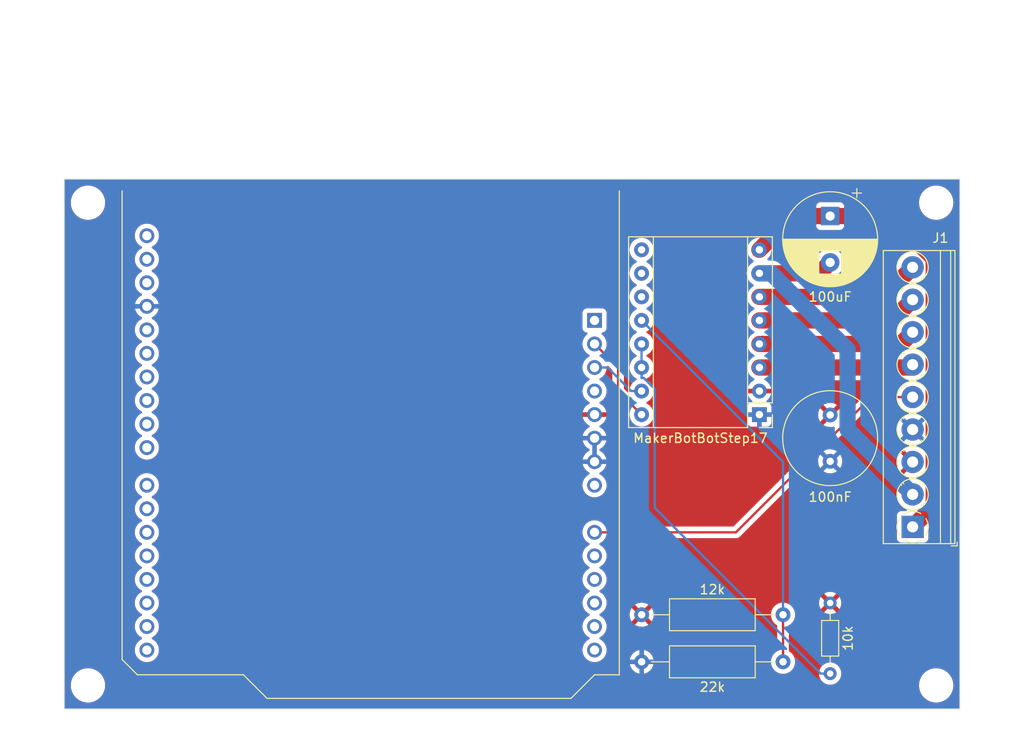
<source format=kicad_pcb>
(kicad_pcb (version 20221018) (generator pcbnew)
  (layers (0 "F.Cu" signal) (31 "B.Cu" signal) (34 "B.Paste" user) (35 "F.Paste" user) (36 "B.SilkS" user "B.Silkscreen") (37 "F.SilkS" user "F.Silkscreen") (38 "B.Mask" user) (39 "F.Mask" user) (44 "Edge.Cuts" user))
  (net 0 "")
  (net 2 "Net-(A1-IOREF)")
  (net 3 "Net-(A1-~{RESET})")
  (net 5 "+5V")
  (net 6 "GND")
  (net 7 "Net-(J1-Pin_1)")
  (net 9 "Net-(A1-A0)")
  (net 29 "Net-(J1-Pin_2)")
  (net 33 "Net-(J1-Pin_6)")
  (net 34 "Net-(J1-Pin_7)")
  (net 35 "Net-(J1-Pin_8)")
  (net 36 "Net-(J1-Pin_9)")
  (net 37 "Net-(MakerBotBotStep17-VR)")
  (net 41 "Net-(MakerBotBotStep17-~{RESET})")
  (footprint "MountingHole:MountingHole_3.2mm_M3" (layer "F.Cu") (at 91.44 100.33)
    (fp_text reference "REF03" hide)
    (fp_text value "MountingHole_3.2mm_M3")
    (pad "" np_thru_hole circle (at 0 0) (size 3.2 3.2) (drill 3.2) (layers "*.Cu" "*.Mask"))
  )
  (footprint "TerminalBlock_Phoenix:TerminalBlock_Phoenix_PT-1,5-9-3.5-H_1x09_P3.50mm_Horizontal" (layer "F.Cu") (at 180.34 83.23 90)
    (fp_text reference "J1" (at 31.16 3 180) (layer "F.SilkS"))
    (fp_text value "Screw_Terminal_01x09")
    (fp_line (start -2.05 4.16) (end -2.05 4.8) (stroke (width 0.12)) (layer "F.SilkS"))
    (fp_line (start -2.05 4.8) (end -1.65 4.8) (stroke (width 0.12)) (layer "F.SilkS"))
    (fp_line (start -1.81 -3.16) (end -1.81 4.56) (stroke (width 0.12)) (layer "F.SilkS"))
    (fp_line (start -1.81 -3.16) (end 29.81 -3.16) (stroke (width 0.12)) (layer "F.SilkS"))
    (fp_line (start -1.81 3) (end 29.81 3) (stroke (width 0.12)) (layer "F.SilkS"))
    (fp_line (start -1.81 4.1) (end 29.81 4.1) (stroke (width 0.12)) (layer "F.SilkS"))
    (fp_line (start -1.81 4.56) (end 29.81 4.56) (stroke (width 0.12)) (layer "F.SilkS"))
    (fp_line (start 2.355 0.941) (end 2.226 1.069) (stroke (width 0.12)) (layer "F.SilkS"))
    (fp_line (start 2.525 1.181) (end 2.431 1.274) (stroke (width 0.12)) (layer "F.SilkS"))
    (fp_line (start 4.57 -1.275) (end 4.476 -1.181) (stroke (width 0.12)) (layer "F.SilkS"))
    (fp_line (start 4.775 -1.069) (end 4.646 -0.941) (stroke (width 0.12)) (layer "F.SilkS"))
    (fp_line (start 5.855 0.941) (end 5.726 1.069) (stroke (width 0.12)) (layer "F.SilkS"))
    (fp_line (start 6.025 1.181) (end 5.931 1.274) (stroke (width 0.12)) (layer "F.SilkS"))
    (fp_line (start 8.07 -1.275) (end 7.976 -1.181) (stroke (width 0.12)) (layer "F.SilkS"))
    (fp_line (start 8.275 -1.069) (end 8.146 -0.941) (stroke (width 0.12)) (layer "F.SilkS"))
    (fp_line (start 9.355 0.941) (end 9.226 1.069) (stroke (width 0.12)) (layer "F.SilkS"))
    (fp_line (start 9.525 1.181) (end 9.431 1.274) (stroke (width 0.12)) (layer "F.SilkS"))
    (fp_line (start 11.57 -1.275) (end 11.476 -1.181) (stroke (width 0.12)) (layer "F.SilkS"))
    (fp_line (start 11.775 -1.069) (end 11.646 -0.941) (stroke (width 0.12)) (layer "F.SilkS"))
    (fp_line (start 12.855 0.941) (end 12.726 1.069) (stroke (width 0.12)) (layer "F.SilkS"))
    (fp_line (start 13.025 1.181) (end 12.931 1.274) (stroke (width 0.12)) (layer "F.SilkS"))
    (fp_line (start 15.07 -1.275) (end 14.976 -1.181) (stroke (width 0.12)) (layer "F.SilkS"))
    (fp_line (start 15.275 -1.069) (end 15.146 -0.941) (stroke (width 0.12)) (layer "F.SilkS"))
    (fp_line (start 16.355 0.941) (end 16.226 1.069) (stroke (width 0.12)) (layer "F.SilkS"))
    (fp_line (start 16.525 1.181) (end 16.431 1.274) (stroke (width 0.12)) (layer "F.SilkS"))
    (fp_line (start 18.57 -1.275) (end 18.476 -1.181) (stroke (width 0.12)) (layer "F.SilkS"))
    (fp_line (start 18.775 -1.069) (end 18.646 -0.941) (stroke (width 0.12)) (layer "F.SilkS"))
    (fp_line (start 19.855 0.941) (end 19.726 1.069) (stroke (width 0.12)) (layer "F.SilkS"))
    (fp_line (start 20.025 1.181) (end 19.931 1.274) (stroke (width 0.12)) (layer "F.SilkS"))
    (fp_line (start 22.07 -1.275) (end 21.976 -1.181) (stroke (width 0.12)) (layer "F.SilkS"))
    (fp_line (start 22.275 -1.069) (end 22.146 -0.941) (stroke (width 0.12)) (layer "F.SilkS"))
    (fp_line (start 23.355 0.941) (end 23.226 1.069) (stroke (width 0.12)) (layer "F.SilkS"))
    (fp_line (start 23.525 1.181) (end 23.431 1.274) (stroke (width 0.12)) (layer "F.SilkS"))
    (fp_line (start 25.57 -1.275) (end 25.476 -1.181) (stroke (width 0.12)) (layer "F.SilkS"))
    (fp_line (start 25.775 -1.069) (end 25.646 -0.941) (stroke (width 0.12)) (layer "F.SilkS"))
    (fp_line (start 26.855 0.941) (end 26.726 1.069) (stroke (width 0.12)) (layer "F.SilkS"))
    (fp_line (start 27.025 1.181) (end 26.931 1.274) (stroke (width 0.12)) (layer "F.SilkS"))
    (fp_line (start 29.07 -1.275) (end 28.976 -1.181) (stroke (width 0.12)) (layer "F.SilkS"))
    (fp_line (start 29.275 -1.069) (end 29.146 -0.941) (stroke (width 0.12)) (layer "F.SilkS"))
    (fp_line (start 29.81 -3.16) (end 29.81 4.56) (stroke (width 0.12)) (layer "F.SilkS"))
    (fp_arc (start -1.425358 0.889894) (mid -1.680286 0.014012) (end -1.44 -0.866) (stroke (width 0.12)) (layer "F.SilkS"))
    (fp_arc (start -0.889894 -1.425358) (mid -0.014012 -1.680286) (end 0.866 -1.44) (stroke (width 0.12)) (layer "F.SilkS"))
    (fp_arc (start 0.028674 1.680099) (mid -0.435535 1.622918) (end -0.866 1.44) (stroke (width 0.12)) (layer "F.SilkS"))
    (fp_arc (start 0.890264 1.424721) (mid 0.463071 1.61492) (end 0 1.68) (stroke (width 0.12)) (layer "F.SilkS"))
    (fp_arc (start 1.425504 -0.890193) (mid 1.680626 0.000476) (end 1.425 0.891) (stroke (width 0.12)) (layer "F.SilkS"))
    (fp_circle (center 3.5 0) (end 5.18 0) (stroke (width 0.12)) (fill none) (layer "F.SilkS"))
    (fp_circle (center 7 0) (end 8.68 0) (stroke (width 0.12)) (fill none) (layer "F.SilkS"))
    (fp_circle (center 10.5 0) (end 12.18 0) (stroke (width 0.12)) (fill none) (layer "F.SilkS"))
    (fp_circle (center 14 0) (end 15.68 0) (stroke (width 0.12)) (fill none) (layer "F.SilkS"))
    (fp_circle (center 17.5 0) (end 19.18 0) (stroke (width 0.12)) (fill none) (layer "F.SilkS"))
    (fp_circle (center 21 0) (end 22.68 0) (stroke (width 0.12)) (fill none) (layer "F.SilkS"))
    (fp_circle (center 24.5 0) (end 26.18 0) (stroke (width 0.12)) (fill none) (layer "F.SilkS"))
    (fp_circle (center 28 0) (end 29.68 0) (stroke (width 0.12)) (fill none) (layer "F.SilkS"))
    (pad "1" thru_hole rect (at 0 0 90) (size 2.4 2.4) (drill 1.2) (layers "*.Cu" "*.Mask") (net 7 "Net-(J1-Pin_1)"))
    (pad "2" thru_hole circle (at 3.5 0 90) (size 2.4 2.4) (drill 1.2) (layers "*.Cu" "*.Mask") (net 29 "Net-(J1-Pin_2)"))
    (pad "3" thru_hole circle (at 7 0 90) (size 2.4 2.4) (drill 1.2) (layers "*.Cu" "*.Mask") (net 5 "+5V"))
    (pad "4" thru_hole circle (at 10.5 0 90) (size 2.4 2.4) (drill 1.2) (layers "*.Cu" "*.Mask") (net 6 "GND"))
    (pad "5" thru_hole circle (at 14 0 90) (size 2.4 2.4) (drill 1.2) (layers "*.Cu" "*.Mask") (net 9 "Net-(A1-A0)"))
    (pad "6" thru_hole circle (at 17.5 0 90) (size 2.4 2.4) (drill 1.2) (layers "*.Cu" "*.Mask") (net 33 "Net-(J1-Pin_6)"))
    (pad "7" thru_hole circle (at 21 0 90) (size 2.4 2.4) (drill 1.2) (layers "*.Cu" "*.Mask") (net 34 "Net-(J1-Pin_7)"))
    (pad "8" thru_hole circle (at 24.5 0 90) (size 2.4 2.4) (drill 1.2) (layers "*.Cu" "*.Mask") (net 35 "Net-(J1-Pin_8)"))
    (pad "9" thru_hole circle (at 28 0 90) (size 2.4 2.4) (drill 1.2) (layers "*.Cu" "*.Mask") (net 36 "Net-(J1-Pin_9)"))
  )
  (footprint "Resistor_THT:R_Axial_DIN0309_L9.0mm_D3.2mm_P15.24mm_Horizontal" (layer "F.Cu") (at 151.13 92.71)
    (fp_text reference "12k" (at 7.62 -2.72) (layer "F.SilkS"))
    (fp_text value "12k")
    (fp_line (start 1.04 0) (end 3 0) (stroke (width 0.12)) (layer "F.SilkS"))
    (fp_line (start 3 -1.72) (end 3 1.72) (stroke (width 0.12)) (layer "F.SilkS"))
    (fp_line (start 3 1.72) (end 12.24 1.72) (stroke (width 0.12)) (layer "F.SilkS"))
    (fp_line (start 12.24 -1.72) (end 3 -1.72) (stroke (width 0.12)) (layer "F.SilkS"))
    (fp_line (start 12.24 1.72) (end 12.24 -1.72) (stroke (width 0.12)) (layer "F.SilkS"))
    (fp_line (start 14.2 0) (end 12.24 0) (stroke (width 0.12)) (layer "F.SilkS"))
    (pad "1" thru_hole circle (at 0 0) (size 1.6 1.6) (drill 0.8) (layers "*.Cu" "*.Mask") (net 5 "+5V"))
    (pad "2" thru_hole oval (at 15.24 0) (size 1.6 1.6) (drill 0.8) (layers "*.Cu" "*.Mask") (net 37 "Net-(MakerBotBotStep17-VR)"))
  )
  (footprint "Resistor_THT:R_Axial_DIN0204_L3.6mm_D1.6mm_P7.62mm_Horizontal" (layer "F.Cu") (at 171.45 91.44 -90)
    (fp_text reference "10k" (at 3.81 -1.92 90) (layer "F.SilkS"))
    (fp_text value "10k")
    (fp_line (start 0.94 0) (end 1.89 0) (stroke (width 0.12)) (layer "F.SilkS"))
    (fp_line (start 1.89 -0.92) (end 1.89 0.92) (stroke (width 0.12)) (layer "F.SilkS"))
    (fp_line (start 1.89 0.92) (end 5.73 0.92) (stroke (width 0.12)) (layer "F.SilkS"))
    (fp_line (start 5.73 -0.92) (end 1.89 -0.92) (stroke (width 0.12)) (layer "F.SilkS"))
    (fp_line (start 5.73 0.92) (end 5.73 -0.92) (stroke (width 0.12)) (layer "F.SilkS"))
    (fp_line (start 6.68 0) (end 5.73 0) (stroke (width 0.12)) (layer "F.SilkS"))
    (pad "1" thru_hole circle (at 0 0 270) (size 1.4 1.4) (drill 0.7) (layers "*.Cu" "*.Mask") (net 5 "+5V"))
    (pad "2" thru_hole oval (at 7.62 0 270) (size 1.4 1.4) (drill 0.7) (layers "*.Cu" "*.Mask") (net 41 "Net-(MakerBotBotStep17-~{RESET})"))
  )
  (footprint "MountingHole:MountingHole_3.2mm_M3" (layer "F.Cu") (at 182.88 48.26)
    (fp_text reference "REF02" hide)
    (fp_text value "MountingHole_3.2mm_M3")
    (pad "" np_thru_hole circle (at 0 0) (size 3.2 3.2) (drill 3.2) (layers "*.Cu" "*.Mask"))
  )
  (footprint "Module:Pololu_Breakout-16_15.2x20.3mm" (layer "F.Cu") (at 163.82 71.12 180)
    (fp_text reference "MakerBotBotStep17" (at 6.35 -2.54) (layer "F.SilkS"))
    (fp_text value "A4982")
    (fp_line (start -1.4 -1.4) (end -1.4 0) (stroke (width 0.12)) (layer "F.SilkS"))
    (fp_line (start -1.4 1.27) (end -1.4 19.18) (stroke (width 0.12)) (layer "F.SilkS"))
    (fp_line (start -1.4 19.18) (end 14.1 19.18) (stroke (width 0.12)) (layer "F.SilkS"))
    (fp_line (start 0 -1.4) (end -1.4 -1.4) (stroke (width 0.12)) (layer "F.SilkS"))
    (fp_line (start 1.27 -1.4) (end 1.27 1.27) (stroke (width 0.12)) (layer "F.SilkS"))
    (fp_line (start 1.27 1.27) (end -1.4 1.27) (stroke (width 0.12)) (layer "F.SilkS"))
    (fp_line (start 1.27 1.27) (end 1.27 19.18) (stroke (width 0.12)) (layer "F.SilkS"))
    (fp_line (start 11.43 -1.4) (end 11.43 19.18) (stroke (width 0.12)) (layer "F.SilkS"))
    (fp_line (start 14.1 -1.4) (end 1.27 -1.4) (stroke (width 0.12)) (layer "F.SilkS"))
    (fp_line (start 14.1 19.18) (end 14.1 -1.4) (stroke (width 0.12)) (layer "F.SilkS"))
    (pad "1" thru_hole rect (at 0 0 180) (size 1.6 1.6) (drill 0.8) (layers "*.Cu" "*.Mask") (net 6 "GND"))
    (pad "2" thru_hole oval (at 0 2.54 180) (size 1.6 1.6) (drill 0.8) (layers "*.Cu" "*.Mask") (net 5 "+5V"))
    (pad "3" thru_hole oval (at 0 5.08 180) (size 1.6 1.6) (drill 0.8) (layers "*.Cu" "*.Mask") (net 33 "Net-(J1-Pin_6)"))
    (pad "4" thru_hole oval (at 0 7.62 180) (size 1.6 1.6) (drill 0.8) (layers "*.Cu" "*.Mask") (net 34 "Net-(J1-Pin_7)"))
    (pad "5" thru_hole oval (at 0 10.16 180) (size 1.6 1.6) (drill 0.8) (layers "*.Cu" "*.Mask") (net 35 "Net-(J1-Pin_8)"))
    (pad "6" thru_hole oval (at 0 12.7 180) (size 1.6 1.6) (drill 0.8) (layers "*.Cu" "*.Mask") (net 36 "Net-(J1-Pin_9)"))
    (pad "7" thru_hole oval (at 0 15.24 180) (size 1.6 1.6) (drill 0.8) (layers "*.Cu" "*.Mask") (net 29 "Net-(J1-Pin_2)"))
    (pad "8" thru_hole oval (at 0 17.78 180) (size 1.6 1.6) (drill 0.8) (layers "*.Cu" "*.Mask") (net 7 "Net-(J1-Pin_1)"))
    (pad "9" thru_hole oval (at 12.7 17.78 180) (size 1.6 1.6) (drill 0.8) (layers "*.Cu" "*.Mask"))
    (pad "10" thru_hole oval (at 12.7 15.24 180) (size 1.6 1.6) (drill 0.8) (layers "*.Cu" "*.Mask"))
    (pad "11" thru_hole oval (at 12.7 12.7 180) (size 1.6 1.6) (drill 0.8) (layers "*.Cu" "*.Mask"))
    (pad "12" thru_hole oval (at 12.7 10.16 180) (size 1.6 1.6) (drill 0.8) (layers "*.Cu" "*.Mask") (net 37 "Net-(MakerBotBotStep17-VR)"))
    (pad "13" thru_hole oval (at 12.7 7.62 180) (size 1.6 1.6) (drill 0.8) (layers "*.Cu" "*.Mask") (net 41 "Net-(MakerBotBotStep17-~{RESET})"))
    (pad "14" thru_hole oval (at 12.7 5.08 180) (size 1.6 1.6) (drill 0.8) (layers "*.Cu" "*.Mask") (net 41 "Net-(MakerBotBotStep17-~{RESET})"))
    (pad "15" thru_hole oval (at 12.7 2.54 180) (size 1.6 1.6) (drill 0.8) (layers "*.Cu" "*.Mask") (net 3 "Net-(A1-~{RESET})"))
    (pad "16" thru_hole oval (at 12.7 0 180) (size 1.6 1.6) (drill 0.8) (layers "*.Cu" "*.Mask") (net 2 "Net-(A1-IOREF)"))
  )
  (footprint "MountingHole:MountingHole_3.2mm_M3" (layer "F.Cu") (at 91.44 48.26)
    (fp_text reference "REF01" hide)
    (fp_text value "MountingHole_3.2mm_M3")
    (pad "" np_thru_hole circle (at 0 0) (size 3.2 3.2) (drill 3.2) (layers "*.Cu" "*.Mask"))
  )
  (footprint "Resistor_THT:R_Axial_DIN0309_L9.0mm_D3.2mm_P15.24mm_Horizontal" (layer "F.Cu") (at 166.37 97.79 180)
    (fp_text reference "22k" (at 7.62 -2.72) (layer "F.SilkS"))
    (fp_text value "22k")
    (fp_line (start 1.04 0) (end 3 0) (stroke (width 0.12)) (layer "F.SilkS"))
    (fp_line (start 3 -1.72) (end 3 1.72) (stroke (width 0.12)) (layer "F.SilkS"))
    (fp_line (start 3 1.72) (end 12.24 1.72) (stroke (width 0.12)) (layer "F.SilkS"))
    (fp_line (start 12.24 -1.72) (end 3 -1.72) (stroke (width 0.12)) (layer "F.SilkS"))
    (fp_line (start 12.24 1.72) (end 12.24 -1.72) (stroke (width 0.12)) (layer "F.SilkS"))
    (fp_line (start 14.2 0) (end 12.24 0) (stroke (width 0.12)) (layer "F.SilkS"))
    (pad "1" thru_hole circle (at 0 0 180) (size 1.6 1.6) (drill 0.8) (layers "*.Cu" "*.Mask") (net 37 "Net-(MakerBotBotStep17-VR)"))
    (pad "2" thru_hole oval (at 15.24 0 180) (size 1.6 1.6) (drill 0.8) (layers "*.Cu" "*.Mask") (net 6 "GND"))
  )
  (footprint "Capacitor_THT:CP_Radial_D10.0mm_P5.00mm" (layer "F.Cu") (at 171.45 49.7023 -90)
    (fp_text reference "100uF" (at 8.717677 0) (layer "F.SilkS"))
    (fp_text value "physically close to board")
    (fp_line (start -2.979646 -2.875) (end -1.979646 -2.875) (stroke (width 0.12)) (layer "F.SilkS"))
    (fp_line (start -2.479646 -3.375) (end -2.479646 -2.375) (stroke (width 0.12)) (layer "F.SilkS"))
    (fp_line (start 2.5 -5.08) (end 2.5 5.08) (stroke (width 0.12)) (layer "F.SilkS"))
    (fp_line (start 2.54 -5.08) (end 2.54 5.08) (stroke (width 0.12)) (layer "F.SilkS"))
    (fp_line (start 2.58 -5.08) (end 2.58 5.08) (stroke (width 0.12)) (layer "F.SilkS"))
    (fp_line (start 2.62 -5.079) (end 2.62 5.079) (stroke (width 0.12)) (layer "F.SilkS"))
    (fp_line (start 2.66 -5.078) (end 2.66 5.078) (stroke (width 0.12)) (layer "F.SilkS"))
    (fp_line (start 2.7 -5.077) (end 2.7 5.077) (stroke (width 0.12)) (layer "F.SilkS"))
    (fp_line (start 2.74 -5.075) (end 2.74 5.075) (stroke (width 0.12)) (layer "F.SilkS"))
    (fp_line (start 2.78 -5.073) (end 2.78 5.073) (stroke (width 0.12)) (layer "F.SilkS"))
    (fp_line (start 2.82 -5.07) (end 2.82 5.07) (stroke (width 0.12)) (layer "F.SilkS"))
    (fp_line (start 2.86 -5.068) (end 2.86 5.068) (stroke (width 0.12)) (layer "F.SilkS"))
    (fp_line (start 2.9 -5.065) (end 2.9 5.065) (stroke (width 0.12)) (layer "F.SilkS"))
    (fp_line (start 2.94 -5.062) (end 2.94 5.062) (stroke (width 0.12)) (layer "F.SilkS"))
    (fp_line (start 2.98 -5.058) (end 2.98 5.058) (stroke (width 0.12)) (layer "F.SilkS"))
    (fp_line (start 3.02 -5.054) (end 3.02 5.054) (stroke (width 0.12)) (layer "F.SilkS"))
    (fp_line (start 3.06 -5.05) (end 3.06 5.05) (stroke (width 0.12)) (layer "F.SilkS"))
    (fp_line (start 3.1 -5.045) (end 3.1 5.045) (stroke (width 0.12)) (layer "F.SilkS"))
    (fp_line (start 3.14 -5.04) (end 3.14 5.04) (stroke (width 0.12)) (layer "F.SilkS"))
    (fp_line (start 3.18 -5.035) (end 3.18 5.035) (stroke (width 0.12)) (layer "F.SilkS"))
    (fp_line (start 3.221 -5.03) (end 3.221 5.03) (stroke (width 0.12)) (layer "F.SilkS"))
    (fp_line (start 3.261 -5.024) (end 3.261 5.024) (stroke (width 0.12)) (layer "F.SilkS"))
    (fp_line (start 3.301 -5.018) (end 3.301 5.018) (stroke (width 0.12)) (layer "F.SilkS"))
    (fp_line (start 3.341 -5.011) (end 3.341 5.011) (stroke (width 0.12)) (layer "F.SilkS"))
    (fp_line (start 3.381 -5.004) (end 3.381 5.004) (stroke (width 0.12)) (layer "F.SilkS"))
    (fp_line (start 3.421 -4.997) (end 3.421 4.997) (stroke (width 0.12)) (layer "F.SilkS"))
    (fp_line (start 3.461 -4.99) (end 3.461 4.99) (stroke (width 0.12)) (layer "F.SilkS"))
    (fp_line (start 3.501 -4.982) (end 3.501 4.982) (stroke (width 0.12)) (layer "F.SilkS"))
    (fp_line (start 3.541 -4.974) (end 3.541 4.974) (stroke (width 0.12)) (layer "F.SilkS"))
    (fp_line (start 3.581 -4.965) (end 3.581 4.965) (stroke (width 0.12)) (layer "F.SilkS"))
    (fp_line (start 3.621 -4.956) (end 3.621 4.956) (stroke (width 0.12)) (layer "F.SilkS"))
    (fp_line (start 3.661 -4.947) (end 3.661 4.947) (stroke (width 0.12)) (layer "F.SilkS"))
    (fp_line (start 3.701 -4.938) (end 3.701 4.938) (stroke (width 0.12)) (layer "F.SilkS"))
    (fp_line (start 3.741 -4.928) (end 3.741 4.928) (stroke (width 0.12)) (layer "F.SilkS"))
    (fp_line (start 3.781 -4.918) (end 3.781 -1.241) (stroke (width 0.12)) (layer "F.SilkS"))
    (fp_line (start 3.781 1.241) (end 3.781 4.918) (stroke (width 0.12)) (layer "F.SilkS"))
    (fp_line (start 3.821 -4.907) (end 3.821 -1.241) (stroke (width 0.12)) (layer "F.SilkS"))
    (fp_line (start 3.821 1.241) (end 3.821 4.907) (stroke (width 0.12)) (layer "F.SilkS"))
    (fp_line (start 3.861 -4.897) (end 3.861 -1.241) (stroke (width 0.12)) (layer "F.SilkS"))
    (fp_line (start 3.861 1.241) (end 3.861 4.897) (stroke (width 0.12)) (layer "F.SilkS"))
    (fp_line (start 3.901 -4.885) (end 3.901 -1.241) (stroke (width 0.12)) (layer "F.SilkS"))
    (fp_line (start 3.901 1.241) (end 3.901 4.885) (stroke (width 0.12)) (layer "F.SilkS"))
    (fp_line (start 3.941 -4.874) (end 3.941 -1.241) (stroke (width 0.12)) (layer "F.SilkS"))
    (fp_line (start 3.941 1.241) (end 3.941 4.874) (stroke (width 0.12)) (layer "F.SilkS"))
    (fp_line (start 3.981 -4.862) (end 3.981 -1.241) (stroke (width 0.12)) (layer "F.SilkS"))
    (fp_line (start 3.981 1.241) (end 3.981 4.862) (stroke (width 0.12)) (layer "F.SilkS"))
    (fp_line (start 4.021 -4.85) (end 4.021 -1.241) (stroke (width 0.12)) (layer "F.SilkS"))
    (fp_line (start 4.021 1.241) (end 4.021 4.85) (stroke (width 0.12)) (layer "F.SilkS"))
    (fp_line (start 4.061 -4.837) (end 4.061 -1.241) (stroke (width 0.12)) (layer "F.SilkS"))
    (fp_line (start 4.061 1.241) (end 4.061 4.837) (stroke (width 0.12)) (layer "F.SilkS"))
    (fp_line (start 4.101 -4.824) (end 4.101 -1.241) (stroke (width 0.12)) (layer "F.SilkS"))
    (fp_line (start 4.101 1.241) (end 4.101 4.824) (stroke (width 0.12)) (layer "F.SilkS"))
    (fp_line (start 4.141 -4.811) (end 4.141 -1.241) (stroke (width 0.12)) (layer "F.SilkS"))
    (fp_line (start 4.141 1.241) (end 4.141 4.811) (stroke (width 0.12)) (layer "F.SilkS"))
    (fp_line (start 4.181 -4.797) (end 4.181 -1.241) (stroke (width 0.12)) (layer "F.SilkS"))
    (fp_line (start 4.181 1.241) (end 4.181 4.797) (stroke (width 0.12)) (layer "F.SilkS"))
    (fp_line (start 4.221 -4.783) (end 4.221 -1.241) (stroke (width 0.12)) (layer "F.SilkS"))
    (fp_line (start 4.221 1.241) (end 4.221 4.783) (stroke (width 0.12)) (layer "F.SilkS"))
    (fp_line (start 4.261 -4.768) (end 4.261 -1.241) (stroke (width 0.12)) (layer "F.SilkS"))
    (fp_line (start 4.261 1.241) (end 4.261 4.768) (stroke (width 0.12)) (layer "F.SilkS"))
    (fp_line (start 4.301 -4.754) (end 4.301 -1.241) (stroke (width 0.12)) (layer "F.SilkS"))
    (fp_line (start 4.301 1.241) (end 4.301 4.754) (stroke (width 0.12)) (layer "F.SilkS"))
    (fp_line (start 4.341 -4.738) (end 4.341 -1.241) (stroke (width 0.12)) (layer "F.SilkS"))
    (fp_line (start 4.341 1.241) (end 4.341 4.738) (stroke (width 0.12)) (layer "F.SilkS"))
    (fp_line (start 4.381 -4.723) (end 4.381 -1.241) (stroke (width 0.12)) (layer "F.SilkS"))
    (fp_line (start 4.381 1.241) (end 4.381 4.723) (stroke (width 0.12)) (layer "F.SilkS"))
    (fp_line (start 4.421 -4.707) (end 4.421 -1.241) (stroke (width 0.12)) (layer "F.SilkS"))
    (fp_line (start 4.421 1.241) (end 4.421 4.707) (stroke (width 0.12)) (layer "F.SilkS"))
    (fp_line (start 4.461 -4.69) (end 4.461 -1.241) (stroke (width 0.12)) (layer "F.SilkS"))
    (fp_line (start 4.461 1.241) (end 4.461 4.69) (stroke (width 0.12)) (layer "F.SilkS"))
    (fp_line (start 4.501 -4.674) (end 4.501 -1.241) (stroke (width 0.12)) (layer "F.SilkS"))
    (fp_line (start 4.501 1.241) (end 4.501 4.674) (stroke (width 0.12)) (layer "F.SilkS"))
    (fp_line (start 4.541 -4.657) (end 4.541 -1.241) (stroke (width 0.12)) (layer "F.SilkS"))
    (fp_line (start 4.541 1.241) (end 4.541 4.657) (stroke (width 0.12)) (layer "F.SilkS"))
    (fp_line (start 4.581 -4.639) (end 4.581 -1.241) (stroke (width 0.12)) (layer "F.SilkS"))
    (fp_line (start 4.581 1.241) (end 4.581 4.639) (stroke (width 0.12)) (layer "F.SilkS"))
    (fp_line (start 4.621 -4.621) (end 4.621 -1.241) (stroke (width 0.12)) (layer "F.SilkS"))
    (fp_line (start 4.621 1.241) (end 4.621 4.621) (stroke (width 0.12)) (layer "F.SilkS"))
    (fp_line (start 4.661 -4.603) (end 4.661 -1.241) (stroke (width 0.12)) (layer "F.SilkS"))
    (fp_line (start 4.661 1.241) (end 4.661 4.603) (stroke (width 0.12)) (layer "F.SilkS"))
    (fp_line (start 4.701 -4.584) (end 4.701 -1.241) (stroke (width 0.12)) (layer "F.SilkS"))
    (fp_line (start 4.701 1.241) (end 4.701 4.584) (stroke (width 0.12)) (layer "F.SilkS"))
    (fp_line (start 4.741 -4.564) (end 4.741 -1.241) (stroke (width 0.12)) (layer "F.SilkS"))
    (fp_line (start 4.741 1.241) (end 4.741 4.564) (stroke (width 0.12)) (layer "F.SilkS"))
    (fp_line (start 4.781 -4.545) (end 4.781 -1.241) (stroke (width 0.12)) (layer "F.SilkS"))
    (fp_line (start 4.781 1.241) (end 4.781 4.545) (stroke (width 0.12)) (layer "F.SilkS"))
    (fp_line (start 4.821 -4.525) (end 4.821 -1.241) (stroke (width 0.12)) (layer "F.SilkS"))
    (fp_line (start 4.821 1.241) (end 4.821 4.525) (stroke (width 0.12)) (layer "F.SilkS"))
    (fp_line (start 4.861 -4.504) (end 4.861 -1.241) (stroke (width 0.12)) (layer "F.SilkS"))
    (fp_line (start 4.861 1.241) (end 4.861 4.504) (stroke (width 0.12)) (layer "F.SilkS"))
    (fp_line (start 4.901 -4.483) (end 4.901 -1.241) (stroke (width 0.12)) (layer "F.SilkS"))
    (fp_line (start 4.901 1.241) (end 4.901 4.483) (stroke (width 0.12)) (layer "F.SilkS"))
    (fp_line (start 4.941 -4.462) (end 4.941 -1.241) (stroke (width 0.12)) (layer "F.SilkS"))
    (fp_line (start 4.941 1.241) (end 4.941 4.462) (stroke (width 0.12)) (layer "F.SilkS"))
    (fp_line (start 4.981 -4.44) (end 4.981 -1.241) (stroke (width 0.12)) (layer "F.SilkS"))
    (fp_line (start 4.981 1.241) (end 4.981 4.44) (stroke (width 0.12)) (layer "F.SilkS"))
    (fp_line (start 5.021 -4.417) (end 5.021 -1.241) (stroke (width 0.12)) (layer "F.SilkS"))
    (fp_line (start 5.021 1.241) (end 5.021 4.417) (stroke (width 0.12)) (layer "F.SilkS"))
    (fp_line (start 5.061 -4.395) (end 5.061 -1.241) (stroke (width 0.12)) (layer "F.SilkS"))
    (fp_line (start 5.061 1.241) (end 5.061 4.395) (stroke (width 0.12)) (layer "F.SilkS"))
    (fp_line (start 5.101 -4.371) (end 5.101 -1.241) (stroke (width 0.12)) (layer "F.SilkS"))
    (fp_line (start 5.101 1.241) (end 5.101 4.371) (stroke (width 0.12)) (layer "F.SilkS"))
    (fp_line (start 5.141 -4.347) (end 5.141 -1.241) (stroke (width 0.12)) (layer "F.SilkS"))
    (fp_line (start 5.141 1.241) (end 5.141 4.347) (stroke (width 0.12)) (layer "F.SilkS"))
    (fp_line (start 5.181 -4.323) (end 5.181 -1.241) (stroke (width 0.12)) (layer "F.SilkS"))
    (fp_line (start 5.181 1.241) (end 5.181 4.323) (stroke (width 0.12)) (layer "F.SilkS"))
    (fp_line (start 5.221 -4.298) (end 5.221 -1.241) (stroke (width 0.12)) (layer "F.SilkS"))
    (fp_line (start 5.221 1.241) (end 5.221 4.298) (stroke (width 0.12)) (layer "F.SilkS"))
    (fp_line (start 5.261 -4.273) (end 5.261 -1.241) (stroke (width 0.12)) (layer "F.SilkS"))
    (fp_line (start 5.261 1.241) (end 5.261 4.273) (stroke (width 0.12)) (layer "F.SilkS"))
    (fp_line (start 5.301 -4.247) (end 5.301 -1.241) (stroke (width 0.12)) (layer "F.SilkS"))
    (fp_line (start 5.301 1.241) (end 5.301 4.247) (stroke (width 0.12)) (layer "F.SilkS"))
    (fp_line (start 5.341 -4.221) (end 5.341 -1.241) (stroke (width 0.12)) (layer "F.SilkS"))
    (fp_line (start 5.341 1.241) (end 5.341 4.221) (stroke (width 0.12)) (layer "F.SilkS"))
    (fp_line (start 5.381 -4.194) (end 5.381 -1.241) (stroke (width 0.12)) (layer "F.SilkS"))
    (fp_line (start 5.381 1.241) (end 5.381 4.194) (stroke (width 0.12)) (layer "F.SilkS"))
    (fp_line (start 5.421 -4.166) (end 5.421 -1.241) (stroke (width 0.12)) (layer "F.SilkS"))
    (fp_line (start 5.421 1.241) (end 5.421 4.166) (stroke (width 0.12)) (layer "F.SilkS"))
    (fp_line (start 5.461 -4.138) (end 5.461 -1.241) (stroke (width 0.12)) (layer "F.SilkS"))
    (fp_line (start 5.461 1.241) (end 5.461 4.138) (stroke (width 0.12)) (layer "F.SilkS"))
    (fp_line (start 5.501 -4.11) (end 5.501 -1.241) (stroke (width 0.12)) (layer "F.SilkS"))
    (fp_line (start 5.501 1.241) (end 5.501 4.11) (stroke (width 0.12)) (layer "F.SilkS"))
    (fp_line (start 5.541 -4.08) (end 5.541 -1.241) (stroke (width 0.12)) (layer "F.SilkS"))
    (fp_line (start 5.541 1.241) (end 5.541 4.08) (stroke (width 0.12)) (layer "F.SilkS"))
    (fp_line (start 5.581 -4.05) (end 5.581 -1.241) (stroke (width 0.12)) (layer "F.SilkS"))
    (fp_line (start 5.581 1.241) (end 5.581 4.05) (stroke (width 0.12)) (layer "F.SilkS"))
    (fp_line (start 5.621 -4.02) (end 5.621 -1.241) (stroke (width 0.12)) (layer "F.SilkS"))
    (fp_line (start 5.621 1.241) (end 5.621 4.02) (stroke (width 0.12)) (layer "F.SilkS"))
    (fp_line (start 5.661 -3.989) (end 5.661 -1.241) (stroke (width 0.12)) (layer "F.SilkS"))
    (fp_line (start 5.661 1.241) (end 5.661 3.989) (stroke (width 0.12)) (layer "F.SilkS"))
    (fp_line (start 5.701 -3.957) (end 5.701 -1.241) (stroke (width 0.12)) (layer "F.SilkS"))
    (fp_line (start 5.701 1.241) (end 5.701 3.957) (stroke (width 0.12)) (layer "F.SilkS"))
    (fp_line (start 5.741 -3.925) (end 5.741 -1.241) (stroke (width 0.12)) (layer "F.SilkS"))
    (fp_line (start 5.741 1.241) (end 5.741 3.925) (stroke (width 0.12)) (layer "F.SilkS"))
    (fp_line (start 5.781 -3.892) (end 5.781 -1.241) (stroke (width 0.12)) (layer "F.SilkS"))
    (fp_line (start 5.781 1.241) (end 5.781 3.892) (stroke (width 0.12)) (layer "F.SilkS"))
    (fp_line (start 5.821 -3.858) (end 5.821 -1.241) (stroke (width 0.12)) (layer "F.SilkS"))
    (fp_line (start 5.821 1.241) (end 5.821 3.858) (stroke (width 0.12)) (layer "F.SilkS"))
    (fp_line (start 5.861 -3.824) (end 5.861 -1.241) (stroke (width 0.12)) (layer "F.SilkS"))
    (fp_line (start 5.861 1.241) (end 5.861 3.824) (stroke (width 0.12)) (layer "F.SilkS"))
    (fp_line (start 5.901 -3.789) (end 5.901 -1.241) (stroke (width 0.12)) (layer "F.SilkS"))
    (fp_line (start 5.901 1.241) (end 5.901 3.789) (stroke (width 0.12)) (layer "F.SilkS"))
    (fp_line (start 5.941 -3.753) (end 5.941 -1.241) (stroke (width 0.12)) (layer "F.SilkS"))
    (fp_line (start 5.941 1.241) (end 5.941 3.753) (stroke (width 0.12)) (layer "F.SilkS"))
    (fp_line (start 5.981 -3.716) (end 5.981 -1.241) (stroke (width 0.12)) (layer "F.SilkS"))
    (fp_line (start 5.981 1.241) (end 5.981 3.716) (stroke (width 0.12)) (layer "F.SilkS"))
    (fp_line (start 6.021 -3.679) (end 6.021 -1.241) (stroke (width 0.12)) (layer "F.SilkS"))
    (fp_line (start 6.021 1.241) (end 6.021 3.679) (stroke (width 0.12)) (layer "F.SilkS"))
    (fp_line (start 6.061 -3.64) (end 6.061 -1.241) (stroke (width 0.12)) (layer "F.SilkS"))
    (fp_line (start 6.061 1.241) (end 6.061 3.64) (stroke (width 0.12)) (layer "F.SilkS"))
    (fp_line (start 6.101 -3.601) (end 6.101 -1.241) (stroke (width 0.12)) (layer "F.SilkS"))
    (fp_line (start 6.101 1.241) (end 6.101 3.601) (stroke (width 0.12)) (layer "F.SilkS"))
    (fp_line (start 6.141 -3.561) (end 6.141 -1.241) (stroke (width 0.12)) (layer "F.SilkS"))
    (fp_line (start 6.141 1.241) (end 6.141 3.561) (stroke (width 0.12)) (layer "F.SilkS"))
    (fp_line (start 6.181 -3.52) (end 6.181 -1.241) (stroke (width 0.12)) (layer "F.SilkS"))
    (fp_line (start 6.181 1.241) (end 6.181 3.52) (stroke (width 0.12)) (layer "F.SilkS"))
    (fp_line (start 6.221 -3.478) (end 6.221 -1.241) (stroke (width 0.12)) (layer "F.SilkS"))
    (fp_line (start 6.221 1.241) (end 6.221 3.478) (stroke (width 0.12)) (layer "F.SilkS"))
    (fp_line (start 6.261 -3.436) (end 6.261 3.436) (stroke (width 0.12)) (layer "F.SilkS"))
    (fp_line (start 6.301 -3.392) (end 6.301 3.392) (stroke (width 0.12)) (layer "F.SilkS"))
    (fp_line (start 6.341 -3.347) (end 6.341 3.347) (stroke (width 0.12)) (layer "F.SilkS"))
    (fp_line (start 6.381 -3.301) (end 6.381 3.301) (stroke (width 0.12)) (layer "F.SilkS"))
    (fp_line (start 6.421 -3.254) (end 6.421 3.254) (stroke (width 0.12)) (layer "F.SilkS"))
    (fp_line (start 6.461 -3.206) (end 6.461 3.206) (stroke (width 0.12)) (layer "F.SilkS"))
    (fp_line (start 6.501 -3.156) (end 6.501 3.156) (stroke (width 0.12)) (layer "F.SilkS"))
    (fp_line (start 6.541 -3.106) (end 6.541 3.106) (stroke (width 0.12)) (layer "F.SilkS"))
    (fp_line (start 6.581 -3.054) (end 6.581 3.054) (stroke (width 0.12)) (layer "F.SilkS"))
    (fp_line (start 6.621 -3) (end 6.621 3) (stroke (width 0.12)) (layer "F.SilkS"))
    (fp_line (start 6.661 -2.945) (end 6.661 2.945) (stroke (width 0.12)) (layer "F.SilkS"))
    (fp_line (start 6.701 -2.889) (end 6.701 2.889) (stroke (width 0.12)) (layer "F.SilkS"))
    (fp_line (start 6.741 -2.83) (end 6.741 2.83) (stroke (width 0.12)) (layer "F.SilkS"))
    (fp_line (start 6.781 -2.77) (end 6.781 2.77) (stroke (width 0.12)) (layer "F.SilkS"))
    (fp_line (start 6.821 -2.709) (end 6.821 2.709) (stroke (width 0.12)) (layer "F.SilkS"))
    (fp_line (start 6.861 -2.645) (end 6.861 2.645) (stroke (width 0.12)) (layer "F.SilkS"))
    (fp_line (start 6.901 -2.579) (end 6.901 2.579) (stroke (width 0.12)) (layer "F.SilkS"))
    (fp_line (start 6.941 -2.51) (end 6.941 2.51) (stroke (width 0.12)) (layer "F.SilkS"))
    (fp_line (start 6.981 -2.439) (end 6.981 2.439) (stroke (width 0.12)) (layer "F.SilkS"))
    (fp_line (start 7.021 -2.365) (end 7.021 2.365) (stroke (width 0.12)) (layer "F.SilkS"))
    (fp_line (start 7.061 -2.289) (end 7.061 2.289) (stroke (width 0.12)) (layer "F.SilkS"))
    (fp_line (start 7.101 -2.209) (end 7.101 2.209) (stroke (width 0.12)) (layer "F.SilkS"))
    (fp_line (start 7.141 -2.125) (end 7.141 2.125) (stroke (width 0.12)) (layer "F.SilkS"))
    (fp_line (start 7.181 -2.037) (end 7.181 2.037) (stroke (width 0.12)) (layer "F.SilkS"))
    (fp_line (start 7.221 -1.944) (end 7.221 1.944) (stroke (width 0.12)) (layer "F.SilkS"))
    (fp_line (start 7.261 -1.846) (end 7.261 1.846) (stroke (width 0.12)) (layer "F.SilkS"))
    (fp_line (start 7.301 -1.742) (end 7.301 1.742) (stroke (width 0.12)) (layer "F.SilkS"))
    (fp_line (start 7.341 -1.63) (end 7.341 1.63) (stroke (width 0.12)) (layer "F.SilkS"))
    (fp_line (start 7.381 -1.51) (end 7.381 1.51) (stroke (width 0.12)) (layer "F.SilkS"))
    (fp_line (start 7.421 -1.378) (end 7.421 1.378) (stroke (width 0.12)) (layer "F.SilkS"))
    (fp_line (start 7.461 -1.23) (end 7.461 1.23) (stroke (width 0.12)) (layer "F.SilkS"))
    (fp_line (start 7.501 -1.062) (end 7.501 1.062) (stroke (width 0.12)) (layer "F.SilkS"))
    (fp_line (start 7.541 -0.862) (end 7.541 0.862) (stroke (width 0.12)) (layer "F.SilkS"))
    (fp_line (start 7.581 -0.599) (end 7.581 0.599) (stroke (width 0.12)) (layer "F.SilkS"))
    (fp_circle (center 2.5 0) (end 7.62 0) (stroke (width 0.12)) (fill none) (layer "F.SilkS"))
    (pad "1" thru_hole rect (at 0 0 270) (size 2 2) (drill 1) (layers "*.Cu" "*.Mask") (net 7 "Net-(J1-Pin_1)"))
    (pad "2" thru_hole circle (at 5 0 270) (size 2 2) (drill 1) (layers "*.Cu" "*.Mask") (net 29 "Net-(J1-Pin_2)"))
  )
  (footprint "Module:Arduino_UNO_R3" (layer "F.Cu") (at 146.05 60.96 -90)
    (fp_text reference "A1" hide)
    (fp_text value "Arduino_UNO_R3")
    (fp_line (start -13.97 50.93) (end 36.58 50.93) (stroke (width 0.12)) (layer "F.SilkS"))
    (fp_line (start 36.58 50.93) (end 38.23 49.28) (stroke (width 0.12)) (layer "F.SilkS"))
    (fp_line (start 38.23 -2.67) (end -13.97 -2.67) (stroke (width 0.12)) (layer "F.SilkS"))
    (fp_line (start 38.23 0) (end 38.23 -2.67) (stroke (width 0.12)) (layer "F.SilkS"))
    (fp_line (start 38.23 37.85) (end 40.77 35.31) (stroke (width 0.12)) (layer "F.SilkS"))
    (fp_line (start 38.23 49.28) (end 38.23 37.85) (stroke (width 0.12)) (layer "F.SilkS"))
    (fp_line (start 40.77 2.54) (end 38.23 0) (stroke (width 0.12)) (layer "F.SilkS"))
    (fp_line (start 40.77 35.31) (end 40.77 2.54) (stroke (width 0.12)) (layer "F.SilkS"))
    (pad "1" thru_hole rect (at 0 0) (size 1.6 1.6) (drill 1) (layers "*.Cu" "*.Mask"))
    (pad "2" thru_hole oval (at 2.54 0) (size 1.6 1.6) (drill 1) (layers "*.Cu" "*.Mask") (net 2 "Net-(A1-IOREF)"))
    (pad "3" thru_hole oval (at 5.08 0) (size 1.6 1.6) (drill 1) (layers "*.Cu" "*.Mask") (net 3 "Net-(A1-~{RESET})"))
    (pad "4" thru_hole oval (at 7.62 0) (size 1.6 1.6) (drill 1) (layers "*.Cu" "*.Mask"))
    (pad "5" thru_hole oval (at 10.16 0) (size 1.6 1.6) (drill 1) (layers "*.Cu" "*.Mask") (net 5 "+5V"))
    (pad "6" thru_hole oval (at 12.7 0) (size 1.6 1.6) (drill 1) (layers "*.Cu" "*.Mask") (net 6 "GND"))
    (pad "7" thru_hole oval (at 15.24 0) (size 1.6 1.6) (drill 1) (layers "*.Cu" "*.Mask") (net 6 "GND"))
    (pad "8" thru_hole oval (at 17.78 0) (size 1.6 1.6) (drill 1) (layers "*.Cu" "*.Mask"))
    (pad "9" thru_hole oval (at 22.86 0) (size 1.6 1.6) (drill 1) (layers "*.Cu" "*.Mask") (net 9 "Net-(A1-A0)"))
    (pad "10" thru_hole oval (at 25.4 0) (size 1.6 1.6) (drill 1) (layers "*.Cu" "*.Mask"))
    (pad "11" thru_hole oval (at 27.94 0) (size 1.6 1.6) (drill 1) (layers "*.Cu" "*.Mask"))
    (pad "12" thru_hole oval (at 30.48 0) (size 1.6 1.6) (drill 1) (layers "*.Cu" "*.Mask"))
    (pad "13" thru_hole oval (at 33.02 0) (size 1.6 1.6) (drill 1) (layers "*.Cu" "*.Mask"))
    (pad "14" thru_hole oval (at 35.56 0) (size 1.6 1.6) (drill 1) (layers "*.Cu" "*.Mask"))
    (pad "15" thru_hole oval (at 35.56 48.26) (size 1.6 1.6) (drill 1) (layers "*.Cu" "*.Mask"))
    (pad "16" thru_hole oval (at 33.02 48.26) (size 1.6 1.6) (drill 1) (layers "*.Cu" "*.Mask"))
    (pad "17" thru_hole oval (at 30.48 48.26) (size 1.6 1.6) (drill 1) (layers "*.Cu" "*.Mask"))
    (pad "18" thru_hole oval (at 27.94 48.26) (size 1.6 1.6) (drill 1) (layers "*.Cu" "*.Mask"))
    (pad "19" thru_hole oval (at 25.4 48.26) (size 1.6 1.6) (drill 1) (layers "*.Cu" "*.Mask"))
    (pad "20" thru_hole oval (at 22.86 48.26) (size 1.6 1.6) (drill 1) (layers "*.Cu" "*.Mask"))
    (pad "21" thru_hole oval (at 20.32 48.26) (size 1.6 1.6) (drill 1) (layers "*.Cu" "*.Mask"))
    (pad "22" thru_hole oval (at 17.78 48.26) (size 1.6 1.6) (drill 1) (layers "*.Cu" "*.Mask"))
    (pad "23" thru_hole oval (at 13.72 48.26) (size 1.6 1.6) (drill 1) (layers "*.Cu" "*.Mask"))
    (pad "24" thru_hole oval (at 11.18 48.26) (size 1.6 1.6) (drill 1) (layers "*.Cu" "*.Mask"))
    (pad "25" thru_hole oval (at 8.64 48.26) (size 1.6 1.6) (drill 1) (layers "*.Cu" "*.Mask"))
    (pad "26" thru_hole oval (at 6.1 48.26) (size 1.6 1.6) (drill 1) (layers "*.Cu" "*.Mask"))
    (pad "27" thru_hole oval (at 3.56 48.26) (size 1.6 1.6) (drill 1) (layers "*.Cu" "*.Mask"))
    (pad "28" thru_hole oval (at 1.02 48.26) (size 1.6 1.6) (drill 1) (layers "*.Cu" "*.Mask"))
    (pad "29" thru_hole oval (at -1.52 48.26) (size 1.6 1.6) (drill 1) (layers "*.Cu" "*.Mask") (net 6 "GND"))
    (pad "30" thru_hole oval (at -4.06 48.26) (size 1.6 1.6) (drill 1) (layers "*.Cu" "*.Mask"))
    (pad "31" thru_hole oval (at -6.6 48.26) (size 1.6 1.6) (drill 1) (layers "*.Cu" "*.Mask"))
    (pad "32" thru_hole oval (at -9.14 48.26) (size 1.6 1.6) (drill 1) (layers "*.Cu" "*.Mask"))
  )
  (footprint "MountingHole:MountingHole_3.2mm_M3" (layer "F.Cu") (at 182.88 100.33)
    (fp_text reference "REF04" hide)
    (fp_text value "MountingHole_3.2mm_M3")
    (pad "" np_thru_hole circle (at 0 0) (size 3.2 3.2) (drill 3.2) (layers "*.Cu" "*.Mask"))
  )
  (footprint "Capacitor_THT:C_Radial_D10.0mm_H12.5mm_P5.00mm" (layer "F.Cu") (at 171.45 71.16 -90)
    (fp_text reference "100nF" (at 8.85 0 180) (layer "F.SilkS"))
    (fp_text value "physically close to board")
    (fp_circle (center 2.5 0) (end 7.62 0) (stroke (width 0.12)) (fill none) (layer "F.SilkS"))
    (pad "1" thru_hole circle (at 0 0 270) (size 1.6 1.6) (drill 0.8) (layers "*.Cu" "*.Mask") (net 5 "+5V"))
    (pad "2" thru_hole circle (at 5 0 270) (size 1.6 1.6) (drill 0.8) (layers "*.Cu" "*.Mask") (net 6 "GND"))
  )
  (gr_line (start 185.42 102.87) (end 88.9 102.87) (stroke (width 0.1)) (layer "Edge.Cuts"))
  (gr_line (start 88.9 45.72) (end 185.42 45.72) (stroke (width 0.1)) (layer "Edge.Cuts"))
  (gr_line (start 88.9 102.87) (end 88.9 45.72) (stroke (width 0.1)) (layer "Edge.Cuts"))
  (gr_line (start 185.42 45.72) (end 185.42 102.87) (stroke (width 0.1)) (layer "Edge.Cuts"))
  (segment (start 151.12 71.12) (end 148.59 68.59) (width 0.25) (layer "F.Cu") (net 2))
  (segment (start 148.59 68.59) (end 148.59 66.04) (width 0.25) (layer "F.Cu") (net 2))
  (segment (start 148.59 66.04) (end 146.05 63.5) (width 0.25) (layer "F.Cu") (net 2))
  (segment (start 146.05 66.04) (end 147.4549 66.04) (width 0.25) (layer "B.Cu") (net 3))
  (segment (start 151.12 68.58) (end 149.9949 68.58) (width 0.25) (layer "B.Cu") (net 3))
  (segment (start 147.4549 66.04) (end 149.9949 68.58) (width 0.25) (layer "B.Cu") (net 3))
  (segment (start 182.615 54.287664) (end 178.029636 49.7023) (width 1.75) (layer "F.Cu") (net 7))
  (segment (start 167.4577 49.7023) (end 163.82 53.34) (width 1.75) (layer "F.Cu") (net 7))
  (segment (start 180.34 83.23) (end 182.615 80.955) (width 1.75) (layer "F.Cu") (net 7))
  (segment (start 182.615 80.955) (end 182.615 54.287664) (width 1.75) (layer "F.Cu") (net 7))
  (segment (start 178.029636 49.7023) (end 171.45 49.7023) (width 1.75) (layer "F.Cu") (net 7))
  (segment (start 171.45 49.7023) (end 167.4577 49.7023) (width 1.75) (layer "F.Cu") (net 7))
  (segment (start 175.88 69.23) (end 180.34 69.23) (width 0.25) (layer "F.Cu") (net 9))
  (segment (start 146.05 83.82) (end 161.29 83.82) (width 0.25) (layer "F.Cu") (net 9))
  (segment (start 161.29 83.82) (end 175.88 69.23) (width 0.25) (layer "F.Cu") (net 9))
  (segment (start 170.272 55.88) (end 171.45 54.7023) (width 1.75) (layer "F.Cu") (net 29))
  (segment (start 163.82 55.88) (end 170.272 55.88) (width 1.75) (layer "F.Cu") (net 29))
  (segment (start 165.1 55.88) (end 163.82 55.88) (width 1.75) (layer "B.Cu") (net 29))
  (segment (start 173.325 72.715) (end 173.325 64.105) (width 1.75) (layer "B.Cu") (net 29))
  (segment (start 180.34 79.73) (end 173.325 72.715) (width 1.75) (layer "B.Cu") (net 29))
  (segment (start 173.325 64.105) (end 165.1 55.88) (width 1.75) (layer "B.Cu") (net 29))
  (segment (start 163.82 66.04) (end 180.03 66.04) (width 1.75) (layer "F.Cu") (net 33))
  (segment (start 180.03 66.04) (end 180.34 65.73) (width 1.75) (layer "F.Cu") (net 33))
  (segment (start 179.07 63.5) (end 180.34 62.23) (width 1.75) (layer "F.Cu") (net 34))
  (segment (start 163.82 63.5) (end 179.07 63.5) (width 1.75) (layer "F.Cu") (net 34))
  (segment (start 163.82 60.96) (end 178.11 60.96) (width 1.75) (layer "F.Cu") (net 35))
  (segment (start 178.11 60.96) (end 180.34 58.73) (width 1.75) (layer "F.Cu") (net 35))
  (segment (start 177.15 58.42) (end 180.34 55.23) (width 1.75) (layer "F.Cu") (net 36))
  (segment (start 163.82 58.42) (end 177.15 58.42) (width 1.75) (layer "F.Cu") (net 36))
  (segment (start 166.37 92.71) (end 166.37 97.79) (width 0.25) (layer "F.Cu") (net 37))
  (segment (start 166.37 76.21) (end 166.37 92.71) (width 0.25) (layer "B.Cu") (net 37))
  (segment (start 151.12 60.96) (end 166.37 76.21) (width 0.25) (layer "B.Cu") (net 37))
  (segment (start 171.45 99.06) (end 170.4249 99.06) (width 0.25) (layer "B.Cu") (net 41))
  (segment (start 151.12 63.5) (end 151.12 66.04) (width 0.25) (layer "B.Cu") (net 41))
  (segment (start 151.3531 67.1651) (end 151.12 67.1651) (width 0.25) (layer "B.Cu") (net 41))
  (segment (start 170.4249 99.06) (end 152.5348 81.1699) (width 0.25) (layer "B.Cu") (net 41))
  (segment (start 151.12 66.04) (end 151.12 67.1651) (width 0.25) (layer "B.Cu") (net 41))
  (segment (start 152.5348 68.3468) (end 151.3531 67.1651) (width 0.25) (layer "B.Cu") (net 41))
  (segment (start 152.5348 81.1699) (end 152.5348 68.3468) (width 0.25) (layer "B.Cu") (net 41))
  (zone (net 5) (net_name "+5V") (layer "F.Cu") (connect_pads (clearance 0.5)) (min_thickness 0.25) (fill yes (thermal_gap 0.5) (thermal_bridge_width 0.5))
    (polygon (pts (xy 88.9 45.72) (xy 185.42 45.72) (xy 185.42 102.87) (xy 88.9 102.87)))
  )
  (zone (net 6) (net_name "GND") (layer "B.Cu") (connect_pads (clearance 0.5)) (min_thickness 0.25) (fill yes (thermal_gap 0.5) (thermal_bridge_width 0.5))
    (polygon (pts (xy 88.9 45.72) (xy 185.42 45.72) (xy 185.42 102.87) (xy 88.9 102.87)))
  )
)
</source>
